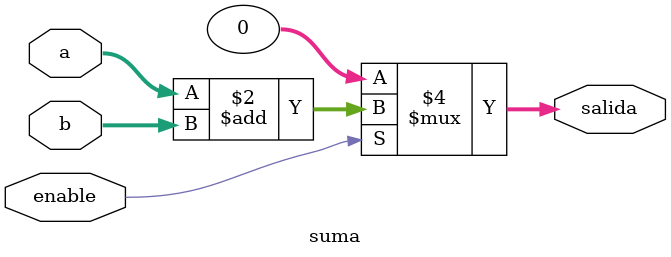
<source format=v>
module suma(
	input [31:0]a,
	input [31:0]b,
	input enable,
	output reg [31:0]salida
);
always@*
begin
	if(enable)
	begin
		salida = a+b;
	end
	else
	begin
		salida = 0;
	end
end
endmodule
</source>
